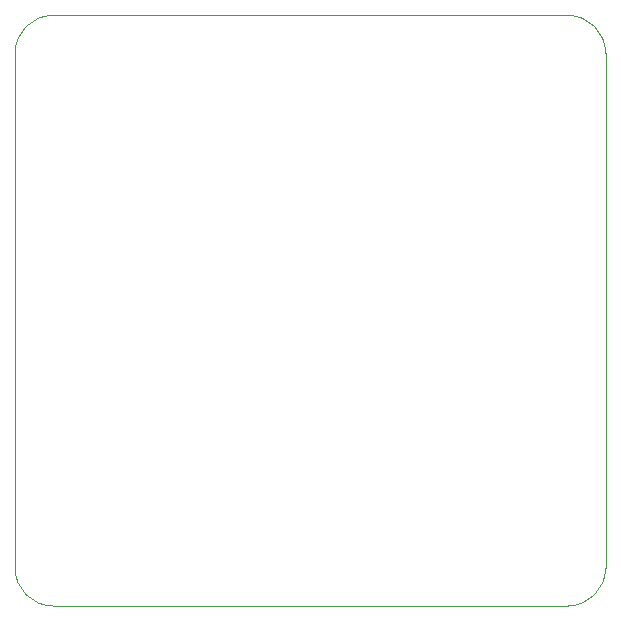
<source format=gbr>
%TF.GenerationSoftware,KiCad,Pcbnew,9.0.5*%
%TF.CreationDate,2025-10-14T15:47:48-07:00*%
%TF.ProjectId,lightspeed_r1,6c696768-7473-4706-9565-645f72312e6b,rev?*%
%TF.SameCoordinates,Original*%
%TF.FileFunction,Profile,NP*%
%FSLAX46Y46*%
G04 Gerber Fmt 4.6, Leading zero omitted, Abs format (unit mm)*
G04 Created by KiCad (PCBNEW 9.0.5) date 2025-10-14 15:47:48*
%MOMM*%
%LPD*%
G01*
G04 APERTURE LIST*
%TA.AperFunction,Profile*%
%ADD10C,0.050000*%
%TD*%
G04 APERTURE END LIST*
D10*
X22800000Y25480000D02*
X-20800000Y25480000D01*
X-24000000Y22280000D02*
G75*
G02*
X-20800000Y25480000I3199999J1D01*
G01*
X-20800000Y-24520000D02*
X22800000Y-24520000D01*
X26000000Y-21320000D02*
G75*
G02*
X22800000Y-24520000I-3200000J0D01*
G01*
X22800000Y25480000D02*
G75*
G02*
X26000000Y22280000I0J-3200000D01*
G01*
X26000000Y-21320000D02*
X26000000Y22280000D01*
X-20800000Y-24520000D02*
G75*
G02*
X-24000000Y-21320000I-1J3199999D01*
G01*
X-24000000Y22280000D02*
X-24000000Y-21320000D01*
M02*

</source>
